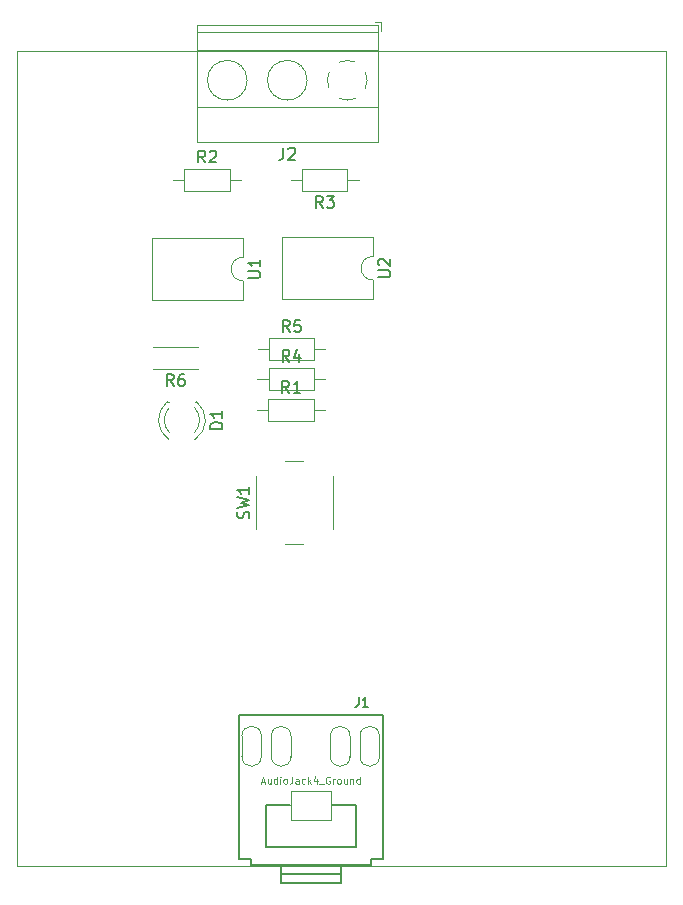
<source format=gto>
G04 #@! TF.GenerationSoftware,KiCad,Pcbnew,(5.1.9)-1*
G04 #@! TF.CreationDate,2021-08-12T11:56:45-03:00*
G04 #@! TF.ProjectId,Alarma,416c6172-6d61-42e6-9b69-6361645f7063,rev?*
G04 #@! TF.SameCoordinates,Original*
G04 #@! TF.FileFunction,Legend,Top*
G04 #@! TF.FilePolarity,Positive*
%FSLAX46Y46*%
G04 Gerber Fmt 4.6, Leading zero omitted, Abs format (unit mm)*
G04 Created by KiCad (PCBNEW (5.1.9)-1) date 2021-08-12 11:56:45*
%MOMM*%
%LPD*%
G01*
G04 APERTURE LIST*
G04 #@! TA.AperFunction,Profile*
%ADD10C,0.050000*%
G04 #@! TD*
%ADD11C,0.120000*%
%ADD12C,0.150000*%
%ADD13C,0.100000*%
G04 APERTURE END LIST*
D10*
X113000000Y-53000000D02*
X113000000Y-122000000D01*
X168000000Y-122000000D02*
X113000000Y-122000000D01*
X168000000Y-53000000D02*
X168000000Y-122000000D01*
X168000000Y-53000000D02*
X113000000Y-53000000D01*
D11*
X128380000Y-78080000D02*
X124540000Y-78080000D01*
X128380000Y-79920000D02*
X124540000Y-79920000D01*
X125920000Y-82710000D02*
X125764000Y-82710000D01*
X128236000Y-82710000D02*
X128080000Y-82710000D01*
X125920163Y-85311130D02*
G75*
G02*
X125920000Y-83229039I1079837J1041130D01*
G01*
X128079837Y-85311130D02*
G75*
G03*
X128080000Y-83229039I-1079837J1041130D01*
G01*
X125921392Y-85942335D02*
G75*
G02*
X125764484Y-82710000I1078608J1672335D01*
G01*
X128078608Y-85942335D02*
G75*
G03*
X128235516Y-82710000I-1078608J1672335D01*
G01*
D12*
X131804000Y-109204000D02*
X143996000Y-109204000D01*
X131804000Y-121396000D02*
X131804000Y-109204000D01*
X143996000Y-109204000D02*
X143996000Y-121396000D01*
X140440000Y-123428000D02*
X135360000Y-123428000D01*
X132820000Y-121904000D02*
X132820000Y-121396000D01*
X142980000Y-121904000D02*
X132820000Y-121904000D01*
X142980000Y-121650000D02*
X142980000Y-121904000D01*
X142980000Y-121396000D02*
X142980000Y-121650000D01*
X140440000Y-122666000D02*
X135360000Y-122666000D01*
X135360000Y-121904000D02*
X135360000Y-123428000D01*
X140440000Y-123428000D02*
X140440000Y-121904000D01*
X131804000Y-121396000D02*
X132820000Y-121396000D01*
X142980000Y-121396000D02*
X143996000Y-121396000D01*
X134090000Y-116824000D02*
X136122000Y-116824000D01*
X134090000Y-120380000D02*
X134090000Y-116824000D01*
X141710000Y-120380000D02*
X134090000Y-120380000D01*
X141710000Y-116824000D02*
X141710000Y-120380000D01*
X139678000Y-116824000D02*
X141710000Y-116824000D01*
D11*
X139105000Y-83425000D02*
X138155000Y-83425000D01*
X133365000Y-83425000D02*
X134315000Y-83425000D01*
X138155000Y-82505000D02*
X134315000Y-82505000D01*
X138155000Y-84345000D02*
X138155000Y-82505000D01*
X134315000Y-84345000D02*
X138155000Y-84345000D01*
X134315000Y-82505000D02*
X134315000Y-84345000D01*
X132005000Y-63925000D02*
X131055000Y-63925000D01*
X126265000Y-63925000D02*
X127215000Y-63925000D01*
X131055000Y-63005000D02*
X127215000Y-63005000D01*
X131055000Y-64845000D02*
X131055000Y-63005000D01*
X127215000Y-64845000D02*
X131055000Y-64845000D01*
X127215000Y-63005000D02*
X127215000Y-64845000D01*
X143180000Y-74060000D02*
X143180000Y-72410000D01*
X135440000Y-74060000D02*
X143180000Y-74060000D01*
X135440000Y-68760000D02*
X135440000Y-74060000D01*
X143180000Y-68760000D02*
X135440000Y-68760000D01*
X143180000Y-70410000D02*
X143180000Y-68760000D01*
X143180000Y-72410000D02*
G75*
G02*
X143180000Y-70410000I0J1000000D01*
G01*
X132180000Y-74135000D02*
X132180000Y-72485000D01*
X124440000Y-74135000D02*
X132180000Y-74135000D01*
X124440000Y-68835000D02*
X124440000Y-74135000D01*
X132180000Y-68835000D02*
X124440000Y-68835000D01*
X132180000Y-70485000D02*
X132180000Y-68835000D01*
X132180000Y-72485000D02*
G75*
G02*
X132180000Y-70485000I0J1000000D01*
G01*
X137250000Y-87750000D02*
X135750000Y-87750000D01*
X133250000Y-89000000D02*
X133250000Y-93500000D01*
X135750000Y-94750000D02*
X137250000Y-94750000D01*
X139750000Y-93500000D02*
X139750000Y-89000000D01*
X139155000Y-78275000D02*
X138205000Y-78275000D01*
X133415000Y-78275000D02*
X134365000Y-78275000D01*
X138205000Y-77355000D02*
X134365000Y-77355000D01*
X138205000Y-79195000D02*
X138205000Y-77355000D01*
X134365000Y-79195000D02*
X138205000Y-79195000D01*
X134365000Y-77355000D02*
X134365000Y-79195000D01*
X139130000Y-80800000D02*
X138180000Y-80800000D01*
X133390000Y-80800000D02*
X134340000Y-80800000D01*
X138180000Y-79880000D02*
X134340000Y-79880000D01*
X138180000Y-81720000D02*
X138180000Y-79880000D01*
X134340000Y-81720000D02*
X138180000Y-81720000D01*
X134340000Y-79880000D02*
X134340000Y-81720000D01*
X136220000Y-63925000D02*
X137170000Y-63925000D01*
X141960000Y-63925000D02*
X141010000Y-63925000D01*
X137170000Y-64845000D02*
X141010000Y-64845000D01*
X137170000Y-63005000D02*
X137170000Y-64845000D01*
X141010000Y-63005000D02*
X137170000Y-63005000D01*
X141010000Y-64845000D02*
X141010000Y-63005000D01*
X143840000Y-50600000D02*
X143340000Y-50600000D01*
X143840000Y-51340000D02*
X143840000Y-50600000D01*
X132067000Y-54477000D02*
X132114000Y-54431000D01*
X129770000Y-56775000D02*
X129805000Y-56739000D01*
X131874000Y-54261000D02*
X131909000Y-54226000D01*
X129565000Y-56569000D02*
X129612000Y-56523000D01*
X137147000Y-54477000D02*
X137194000Y-54431000D01*
X134850000Y-56775000D02*
X134885000Y-56739000D01*
X136954000Y-54261000D02*
X136989000Y-54226000D01*
X134645000Y-56569000D02*
X134692000Y-56523000D01*
X128240000Y-60761000D02*
X128240000Y-50840000D01*
X143600000Y-60761000D02*
X143600000Y-50840000D01*
X143600000Y-50840000D02*
X128240000Y-50840000D01*
X143600000Y-60761000D02*
X128240000Y-60761000D01*
X143600000Y-57801000D02*
X128240000Y-57801000D01*
X143600000Y-52900000D02*
X128240000Y-52900000D01*
X143600000Y-51400000D02*
X128240000Y-51400000D01*
X132520000Y-55500000D02*
G75*
G03*
X132520000Y-55500000I-1680000J0D01*
G01*
X137600000Y-55500000D02*
G75*
G03*
X137600000Y-55500000I-1680000J0D01*
G01*
X140971195Y-53819747D02*
G75*
G02*
X141684000Y-53965000I28805J-1680253D01*
G01*
X142535426Y-54816958D02*
G75*
G02*
X142535000Y-56184000I-1535426J-683042D01*
G01*
X141683042Y-57035426D02*
G75*
G02*
X140316000Y-57035000I-683042J1535426D01*
G01*
X139464574Y-56183042D02*
G75*
G02*
X139465000Y-54816000I1535426J683042D01*
G01*
X140316682Y-53965244D02*
G75*
G02*
X141000000Y-53820000I683318J-1534756D01*
G01*
D13*
X141225000Y-112765000D02*
X141225000Y-111015000D01*
X139575000Y-112765000D02*
X139575000Y-111015000D01*
X141225000Y-111015000D02*
G75*
G03*
X139575000Y-111015000I-825000J0D01*
G01*
X139575000Y-112765000D02*
G75*
G03*
X141225000Y-112765000I825000J0D01*
G01*
X136225000Y-112765000D02*
X136225000Y-111015000D01*
X134575000Y-112765000D02*
X134575000Y-111015000D01*
X136225000Y-111015000D02*
G75*
G03*
X134575000Y-111015000I-825000J0D01*
G01*
X134575000Y-112765000D02*
G75*
G03*
X136225000Y-112765000I825000J0D01*
G01*
X143725000Y-112765000D02*
X143725000Y-111015000D01*
X142075000Y-112765000D02*
X142075000Y-111015000D01*
X143725000Y-111015000D02*
G75*
G03*
X142075000Y-111015000I-825000J0D01*
G01*
X142075000Y-112765000D02*
G75*
G03*
X143725000Y-112765000I825000J0D01*
G01*
X133725000Y-112765000D02*
X133725000Y-111015000D01*
X132075000Y-112765000D02*
X132075000Y-111015000D01*
X133725000Y-111015000D02*
G75*
G03*
X132075000Y-111015000I-825000J0D01*
G01*
X132075000Y-112765000D02*
G75*
G03*
X133725000Y-112765000I825000J0D01*
G01*
X136200000Y-115696000D02*
X136200000Y-118096000D01*
X139600000Y-118096000D01*
X139600000Y-115696000D01*
X136200000Y-115696000D01*
D12*
X126293333Y-81372380D02*
X125960000Y-80896190D01*
X125721904Y-81372380D02*
X125721904Y-80372380D01*
X126102857Y-80372380D01*
X126198095Y-80420000D01*
X126245714Y-80467619D01*
X126293333Y-80562857D01*
X126293333Y-80705714D01*
X126245714Y-80800952D01*
X126198095Y-80848571D01*
X126102857Y-80896190D01*
X125721904Y-80896190D01*
X127150476Y-80372380D02*
X126960000Y-80372380D01*
X126864761Y-80420000D01*
X126817142Y-80467619D01*
X126721904Y-80610476D01*
X126674285Y-80800952D01*
X126674285Y-81181904D01*
X126721904Y-81277142D01*
X126769523Y-81324761D01*
X126864761Y-81372380D01*
X127055238Y-81372380D01*
X127150476Y-81324761D01*
X127198095Y-81277142D01*
X127245714Y-81181904D01*
X127245714Y-80943809D01*
X127198095Y-80848571D01*
X127150476Y-80800952D01*
X127055238Y-80753333D01*
X126864761Y-80753333D01*
X126769523Y-80800952D01*
X126721904Y-80848571D01*
X126674285Y-80943809D01*
X130412380Y-85008095D02*
X129412380Y-85008095D01*
X129412380Y-84770000D01*
X129460000Y-84627142D01*
X129555238Y-84531904D01*
X129650476Y-84484285D01*
X129840952Y-84436666D01*
X129983809Y-84436666D01*
X130174285Y-84484285D01*
X130269523Y-84531904D01*
X130364761Y-84627142D01*
X130412380Y-84770000D01*
X130412380Y-85008095D01*
X130412380Y-83484285D02*
X130412380Y-84055714D01*
X130412380Y-83770000D02*
X129412380Y-83770000D01*
X129555238Y-83865238D01*
X129650476Y-83960476D01*
X129698095Y-84055714D01*
X141951333Y-107749904D02*
X141951333Y-108321333D01*
X141913238Y-108435619D01*
X141837047Y-108511809D01*
X141722761Y-108549904D01*
X141646571Y-108549904D01*
X142751333Y-108549904D02*
X142294190Y-108549904D01*
X142522761Y-108549904D02*
X142522761Y-107749904D01*
X142446571Y-107864190D01*
X142370380Y-107940380D01*
X142294190Y-107978476D01*
D13*
X133714285Y-114892000D02*
X134000000Y-114892000D01*
X133657142Y-115063428D02*
X133857142Y-114463428D01*
X134057142Y-115063428D01*
X134514285Y-114663428D02*
X134514285Y-115063428D01*
X134257142Y-114663428D02*
X134257142Y-114977714D01*
X134285714Y-115034857D01*
X134342857Y-115063428D01*
X134428571Y-115063428D01*
X134485714Y-115034857D01*
X134514285Y-115006285D01*
X135057142Y-115063428D02*
X135057142Y-114463428D01*
X135057142Y-115034857D02*
X135000000Y-115063428D01*
X134885714Y-115063428D01*
X134828571Y-115034857D01*
X134800000Y-115006285D01*
X134771428Y-114949142D01*
X134771428Y-114777714D01*
X134800000Y-114720571D01*
X134828571Y-114692000D01*
X134885714Y-114663428D01*
X135000000Y-114663428D01*
X135057142Y-114692000D01*
X135342857Y-115063428D02*
X135342857Y-114663428D01*
X135342857Y-114463428D02*
X135314285Y-114492000D01*
X135342857Y-114520571D01*
X135371428Y-114492000D01*
X135342857Y-114463428D01*
X135342857Y-114520571D01*
X135714285Y-115063428D02*
X135657142Y-115034857D01*
X135628571Y-115006285D01*
X135600000Y-114949142D01*
X135600000Y-114777714D01*
X135628571Y-114720571D01*
X135657142Y-114692000D01*
X135714285Y-114663428D01*
X135800000Y-114663428D01*
X135857142Y-114692000D01*
X135885714Y-114720571D01*
X135914285Y-114777714D01*
X135914285Y-114949142D01*
X135885714Y-115006285D01*
X135857142Y-115034857D01*
X135800000Y-115063428D01*
X135714285Y-115063428D01*
X136342857Y-114463428D02*
X136342857Y-114892000D01*
X136314285Y-114977714D01*
X136257142Y-115034857D01*
X136171428Y-115063428D01*
X136114285Y-115063428D01*
X136885714Y-115063428D02*
X136885714Y-114749142D01*
X136857142Y-114692000D01*
X136800000Y-114663428D01*
X136685714Y-114663428D01*
X136628571Y-114692000D01*
X136885714Y-115034857D02*
X136828571Y-115063428D01*
X136685714Y-115063428D01*
X136628571Y-115034857D01*
X136600000Y-114977714D01*
X136600000Y-114920571D01*
X136628571Y-114863428D01*
X136685714Y-114834857D01*
X136828571Y-114834857D01*
X136885714Y-114806285D01*
X137428571Y-115034857D02*
X137371428Y-115063428D01*
X137257142Y-115063428D01*
X137200000Y-115034857D01*
X137171428Y-115006285D01*
X137142857Y-114949142D01*
X137142857Y-114777714D01*
X137171428Y-114720571D01*
X137200000Y-114692000D01*
X137257142Y-114663428D01*
X137371428Y-114663428D01*
X137428571Y-114692000D01*
X137685714Y-115063428D02*
X137685714Y-114463428D01*
X137742857Y-114834857D02*
X137914285Y-115063428D01*
X137914285Y-114663428D02*
X137685714Y-114892000D01*
X138428571Y-114663428D02*
X138428571Y-115063428D01*
X138285714Y-114434857D02*
X138142857Y-114863428D01*
X138514285Y-114863428D01*
X138600000Y-115120571D02*
X139057142Y-115120571D01*
X139514285Y-114492000D02*
X139457142Y-114463428D01*
X139371428Y-114463428D01*
X139285714Y-114492000D01*
X139228571Y-114549142D01*
X139200000Y-114606285D01*
X139171428Y-114720571D01*
X139171428Y-114806285D01*
X139200000Y-114920571D01*
X139228571Y-114977714D01*
X139285714Y-115034857D01*
X139371428Y-115063428D01*
X139428571Y-115063428D01*
X139514285Y-115034857D01*
X139542857Y-115006285D01*
X139542857Y-114806285D01*
X139428571Y-114806285D01*
X139800000Y-115063428D02*
X139800000Y-114663428D01*
X139800000Y-114777714D02*
X139828571Y-114720571D01*
X139857142Y-114692000D01*
X139914285Y-114663428D01*
X139971428Y-114663428D01*
X140257142Y-115063428D02*
X140200000Y-115034857D01*
X140171428Y-115006285D01*
X140142857Y-114949142D01*
X140142857Y-114777714D01*
X140171428Y-114720571D01*
X140200000Y-114692000D01*
X140257142Y-114663428D01*
X140342857Y-114663428D01*
X140400000Y-114692000D01*
X140428571Y-114720571D01*
X140457142Y-114777714D01*
X140457142Y-114949142D01*
X140428571Y-115006285D01*
X140400000Y-115034857D01*
X140342857Y-115063428D01*
X140257142Y-115063428D01*
X140971428Y-114663428D02*
X140971428Y-115063428D01*
X140714285Y-114663428D02*
X140714285Y-114977714D01*
X140742857Y-115034857D01*
X140800000Y-115063428D01*
X140885714Y-115063428D01*
X140942857Y-115034857D01*
X140971428Y-115006285D01*
X141257142Y-114663428D02*
X141257142Y-115063428D01*
X141257142Y-114720571D02*
X141285714Y-114692000D01*
X141342857Y-114663428D01*
X141428571Y-114663428D01*
X141485714Y-114692000D01*
X141514285Y-114749142D01*
X141514285Y-115063428D01*
X142057142Y-115063428D02*
X142057142Y-114463428D01*
X142057142Y-115034857D02*
X142000000Y-115063428D01*
X141885714Y-115063428D01*
X141828571Y-115034857D01*
X141800000Y-115006285D01*
X141771428Y-114949142D01*
X141771428Y-114777714D01*
X141800000Y-114720571D01*
X141828571Y-114692000D01*
X141885714Y-114663428D01*
X142000000Y-114663428D01*
X142057142Y-114692000D01*
D12*
X136068333Y-81957380D02*
X135735000Y-81481190D01*
X135496904Y-81957380D02*
X135496904Y-80957380D01*
X135877857Y-80957380D01*
X135973095Y-81005000D01*
X136020714Y-81052619D01*
X136068333Y-81147857D01*
X136068333Y-81290714D01*
X136020714Y-81385952D01*
X135973095Y-81433571D01*
X135877857Y-81481190D01*
X135496904Y-81481190D01*
X137020714Y-81957380D02*
X136449285Y-81957380D01*
X136735000Y-81957380D02*
X136735000Y-80957380D01*
X136639761Y-81100238D01*
X136544523Y-81195476D01*
X136449285Y-81243095D01*
X128968333Y-62457380D02*
X128635000Y-61981190D01*
X128396904Y-62457380D02*
X128396904Y-61457380D01*
X128777857Y-61457380D01*
X128873095Y-61505000D01*
X128920714Y-61552619D01*
X128968333Y-61647857D01*
X128968333Y-61790714D01*
X128920714Y-61885952D01*
X128873095Y-61933571D01*
X128777857Y-61981190D01*
X128396904Y-61981190D01*
X129349285Y-61552619D02*
X129396904Y-61505000D01*
X129492142Y-61457380D01*
X129730238Y-61457380D01*
X129825476Y-61505000D01*
X129873095Y-61552619D01*
X129920714Y-61647857D01*
X129920714Y-61743095D01*
X129873095Y-61885952D01*
X129301666Y-62457380D01*
X129920714Y-62457380D01*
X143632380Y-72171904D02*
X144441904Y-72171904D01*
X144537142Y-72124285D01*
X144584761Y-72076666D01*
X144632380Y-71981428D01*
X144632380Y-71790952D01*
X144584761Y-71695714D01*
X144537142Y-71648095D01*
X144441904Y-71600476D01*
X143632380Y-71600476D01*
X143727619Y-71171904D02*
X143680000Y-71124285D01*
X143632380Y-71029047D01*
X143632380Y-70790952D01*
X143680000Y-70695714D01*
X143727619Y-70648095D01*
X143822857Y-70600476D01*
X143918095Y-70600476D01*
X144060952Y-70648095D01*
X144632380Y-71219523D01*
X144632380Y-70600476D01*
X132632380Y-72246904D02*
X133441904Y-72246904D01*
X133537142Y-72199285D01*
X133584761Y-72151666D01*
X133632380Y-72056428D01*
X133632380Y-71865952D01*
X133584761Y-71770714D01*
X133537142Y-71723095D01*
X133441904Y-71675476D01*
X132632380Y-71675476D01*
X133632380Y-70675476D02*
X133632380Y-71246904D01*
X133632380Y-70961190D02*
X132632380Y-70961190D01*
X132775238Y-71056428D01*
X132870476Y-71151666D01*
X132918095Y-71246904D01*
X132654761Y-92583333D02*
X132702380Y-92440476D01*
X132702380Y-92202380D01*
X132654761Y-92107142D01*
X132607142Y-92059523D01*
X132511904Y-92011904D01*
X132416666Y-92011904D01*
X132321428Y-92059523D01*
X132273809Y-92107142D01*
X132226190Y-92202380D01*
X132178571Y-92392857D01*
X132130952Y-92488095D01*
X132083333Y-92535714D01*
X131988095Y-92583333D01*
X131892857Y-92583333D01*
X131797619Y-92535714D01*
X131750000Y-92488095D01*
X131702380Y-92392857D01*
X131702380Y-92154761D01*
X131750000Y-92011904D01*
X131702380Y-91678571D02*
X132702380Y-91440476D01*
X131988095Y-91250000D01*
X132702380Y-91059523D01*
X131702380Y-90821428D01*
X132702380Y-89916666D02*
X132702380Y-90488095D01*
X132702380Y-90202380D02*
X131702380Y-90202380D01*
X131845238Y-90297619D01*
X131940476Y-90392857D01*
X131988095Y-90488095D01*
X136118333Y-76807380D02*
X135785000Y-76331190D01*
X135546904Y-76807380D02*
X135546904Y-75807380D01*
X135927857Y-75807380D01*
X136023095Y-75855000D01*
X136070714Y-75902619D01*
X136118333Y-75997857D01*
X136118333Y-76140714D01*
X136070714Y-76235952D01*
X136023095Y-76283571D01*
X135927857Y-76331190D01*
X135546904Y-76331190D01*
X137023095Y-75807380D02*
X136546904Y-75807380D01*
X136499285Y-76283571D01*
X136546904Y-76235952D01*
X136642142Y-76188333D01*
X136880238Y-76188333D01*
X136975476Y-76235952D01*
X137023095Y-76283571D01*
X137070714Y-76378809D01*
X137070714Y-76616904D01*
X137023095Y-76712142D01*
X136975476Y-76759761D01*
X136880238Y-76807380D01*
X136642142Y-76807380D01*
X136546904Y-76759761D01*
X136499285Y-76712142D01*
X136093333Y-79332380D02*
X135760000Y-78856190D01*
X135521904Y-79332380D02*
X135521904Y-78332380D01*
X135902857Y-78332380D01*
X135998095Y-78380000D01*
X136045714Y-78427619D01*
X136093333Y-78522857D01*
X136093333Y-78665714D01*
X136045714Y-78760952D01*
X135998095Y-78808571D01*
X135902857Y-78856190D01*
X135521904Y-78856190D01*
X136950476Y-78665714D02*
X136950476Y-79332380D01*
X136712380Y-78284761D02*
X136474285Y-78999047D01*
X137093333Y-78999047D01*
X138923333Y-66297380D02*
X138590000Y-65821190D01*
X138351904Y-66297380D02*
X138351904Y-65297380D01*
X138732857Y-65297380D01*
X138828095Y-65345000D01*
X138875714Y-65392619D01*
X138923333Y-65487857D01*
X138923333Y-65630714D01*
X138875714Y-65725952D01*
X138828095Y-65773571D01*
X138732857Y-65821190D01*
X138351904Y-65821190D01*
X139256666Y-65297380D02*
X139875714Y-65297380D01*
X139542380Y-65678333D01*
X139685238Y-65678333D01*
X139780476Y-65725952D01*
X139828095Y-65773571D01*
X139875714Y-65868809D01*
X139875714Y-66106904D01*
X139828095Y-66202142D01*
X139780476Y-66249761D01*
X139685238Y-66297380D01*
X139399523Y-66297380D01*
X139304285Y-66249761D01*
X139256666Y-66202142D01*
X135586666Y-61212380D02*
X135586666Y-61926666D01*
X135539047Y-62069523D01*
X135443809Y-62164761D01*
X135300952Y-62212380D01*
X135205714Y-62212380D01*
X136015238Y-61307619D02*
X136062857Y-61260000D01*
X136158095Y-61212380D01*
X136396190Y-61212380D01*
X136491428Y-61260000D01*
X136539047Y-61307619D01*
X136586666Y-61402857D01*
X136586666Y-61498095D01*
X136539047Y-61640952D01*
X135967619Y-62212380D01*
X136586666Y-62212380D01*
M02*

</source>
